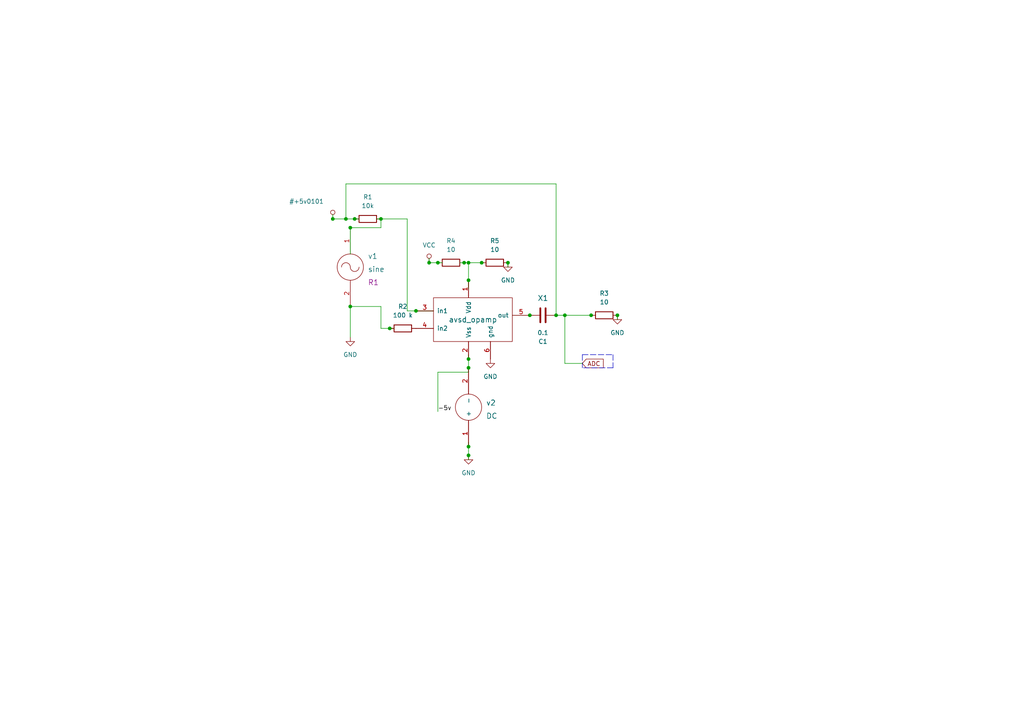
<source format=kicad_sch>
(kicad_sch (version 20211123) (generator eeschema)

  (uuid f7e51e95-4e7c-41db-8a2b-84a2e561a8b9)

  (paper "A4")

  (lib_symbols
    (symbol "eSim_Devices:capacitor" (pin_numbers hide) (pin_names (offset 0.254)) (in_bom yes) (on_board yes)
      (property "Reference" "C" (id 0) (at 0.635 2.54 0)
        (effects (font (size 1.27 1.27)) (justify left))
      )
      (property "Value" "capacitor" (id 1) (at 0.635 -2.54 0)
        (effects (font (size 1.27 1.27)) (justify left))
      )
      (property "Footprint" "" (id 2) (at 0.9652 -3.81 0)
        (effects (font (size 0.762 0.762)))
      )
      (property "Datasheet" "" (id 3) (at 0 0 0)
        (effects (font (size 1.524 1.524)))
      )
      (property "ki_fp_filters" "C_*" (id 4) (at 0 0 0)
        (effects (font (size 1.27 1.27)) hide)
      )
      (symbol "capacitor_0_1"
        (polyline
          (pts
            (xy -2.032 -0.762)
            (xy 2.032 -0.762)
          )
          (stroke (width 0.508) (type default) (color 0 0 0 0))
          (fill (type none))
        )
        (polyline
          (pts
            (xy -2.032 0.762)
            (xy 2.032 0.762)
          )
          (stroke (width 0.508) (type default) (color 0 0 0 0))
          (fill (type none))
        )
      )
      (symbol "capacitor_1_1"
        (pin passive line (at 0 3.81 270) (length 2.794)
          (name "~" (effects (font (size 1.016 1.016))))
          (number "1" (effects (font (size 1.016 1.016))))
        )
        (pin passive line (at 0 -3.81 90) (length 2.794)
          (name "~" (effects (font (size 1.016 1.016))))
          (number "2" (effects (font (size 1.016 1.016))))
        )
      )
    )
    (symbol "eSim_Devices:resistor" (pin_numbers hide) (pin_names (offset 0)) (in_bom yes) (on_board yes)
      (property "Reference" "R" (id 0) (at 1.27 3.302 0)
        (effects (font (size 1.27 1.27)))
      )
      (property "Value" "resistor" (id 1) (at 1.27 -1.27 0)
        (effects (font (size 1.27 1.27)))
      )
      (property "Footprint" "" (id 2) (at 1.27 -0.508 0)
        (effects (font (size 0.762 0.762)))
      )
      (property "Datasheet" "" (id 3) (at 1.27 1.27 90)
        (effects (font (size 0.762 0.762)))
      )
      (property "ki_fp_filters" "R_* Resistor_*" (id 4) (at 0 0 0)
        (effects (font (size 1.27 1.27)) hide)
      )
      (symbol "resistor_0_1"
        (rectangle (start 3.81 0.254) (end -1.27 2.286)
          (stroke (width 0.254) (type default) (color 0 0 0 0))
          (fill (type none))
        )
      )
      (symbol "resistor_1_1"
        (pin passive line (at -2.54 1.27 0) (length 1.27)
          (name "~" (effects (font (size 1.524 1.524))))
          (number "1" (effects (font (size 1.524 1.524))))
        )
        (pin passive line (at 5.08 1.27 180) (length 1.27)
          (name "~" (effects (font (size 1.524 1.524))))
          (number "2" (effects (font (size 1.524 1.524))))
        )
      )
    )
    (symbol "eSim_Power:eSim_GND" (power) (pin_names (offset 0)) (in_bom yes) (on_board yes)
      (property "Reference" "#PWR" (id 0) (at 0 -6.35 0)
        (effects (font (size 1.27 1.27)) hide)
      )
      (property "Value" "eSim_GND" (id 1) (at 0 -3.81 0)
        (effects (font (size 1.27 1.27)))
      )
      (property "Footprint" "" (id 2) (at 0 0 0)
        (effects (font (size 1.27 1.27)) hide)
      )
      (property "Datasheet" "" (id 3) (at 0 0 0)
        (effects (font (size 1.27 1.27)) hide)
      )
      (symbol "eSim_GND_0_1"
        (polyline
          (pts
            (xy 0 0)
            (xy 0 -1.27)
            (xy 1.27 -1.27)
            (xy 0 -2.54)
            (xy -1.27 -1.27)
            (xy 0 -1.27)
          )
          (stroke (width 0) (type default) (color 0 0 0 0))
          (fill (type none))
        )
      )
      (symbol "eSim_GND_1_1"
        (pin power_in line (at 0 0 270) (length 0) hide
          (name "GND" (effects (font (size 1.27 1.27))))
          (number "1" (effects (font (size 1.27 1.27))))
        )
      )
    )
    (symbol "eSim_Power:eSim_VCC" (power) (pin_names (offset 0)) (in_bom yes) (on_board yes)
      (property "Reference" "#PWR" (id 0) (at 0 -3.81 0)
        (effects (font (size 1.27 1.27)) hide)
      )
      (property "Value" "eSim_VCC" (id 1) (at 0 3.81 0)
        (effects (font (size 1.27 1.27)))
      )
      (property "Footprint" "" (id 2) (at 0 0 0)
        (effects (font (size 1.27 1.27)) hide)
      )
      (property "Datasheet" "" (id 3) (at 0 0 0)
        (effects (font (size 1.27 1.27)) hide)
      )
      (symbol "eSim_VCC_0_1"
        (polyline
          (pts
            (xy 0 0)
            (xy 0 1.27)
          )
          (stroke (width 0) (type default) (color 0 0 0 0))
          (fill (type none))
        )
        (circle (center 0 1.905) (radius 0.635)
          (stroke (width 0) (type default) (color 0 0 0 0))
          (fill (type none))
        )
      )
      (symbol "eSim_VCC_1_1"
        (pin power_in line (at 0 0 90) (length 0) hide
          (name "VCC" (effects (font (size 1.27 1.27))))
          (number "1" (effects (font (size 1.27 1.27))))
        )
      )
    )
    (symbol "eSim_SKY130_Subckts:avsd_opamp" (pin_names (offset 1.016)) (in_bom yes) (on_board yes)
      (property "Reference" "X" (id 0) (at 0 0 0)
        (effects (font (size 1.524 1.524)))
      )
      (property "Value" "avsd_opamp" (id 1) (at 1.27 -2.54 0)
        (effects (font (size 1.524 1.524)))
      )
      (property "Footprint" "" (id 2) (at 0 0 0)
        (effects (font (size 1.524 1.524)) hide)
      )
      (property "Datasheet" "" (id 3) (at 0 0 0)
        (effects (font (size 1.524 1.524)) hide)
      )
      (symbol "avsd_opamp_0_1"
        (rectangle (start -10.16 5.08) (end 12.7 -7.62)
          (stroke (width 0) (type default) (color 0 0 0 0))
          (fill (type none))
        )
      )
      (symbol "avsd_opamp_1_1"
        (pin input line (at 0 10.16 270) (length 5.08)
          (name "Vdd" (effects (font (size 1.27 1.27))))
          (number "1" (effects (font (size 1.27 1.27))))
        )
        (pin input line (at 0 -12.7 90) (length 5.08)
          (name "Vss" (effects (font (size 1.27 1.27))))
          (number "2" (effects (font (size 1.27 1.27))))
        )
        (pin input line (at -15.24 1.27 0) (length 5.08)
          (name "in1" (effects (font (size 1.27 1.27))))
          (number "3" (effects (font (size 1.27 1.27))))
        )
        (pin input line (at -15.24 -3.81 0) (length 5.08)
          (name "in2" (effects (font (size 1.27 1.27))))
          (number "4" (effects (font (size 1.27 1.27))))
        )
        (pin input line (at 17.78 0 180) (length 5.08)
          (name "out" (effects (font (size 1.27 1.27))))
          (number "5" (effects (font (size 1.27 1.27))))
        )
        (pin input line (at 6.35 -12.7 90) (length 5.08)
          (name "gnd" (effects (font (size 1.27 1.27))))
          (number "6" (effects (font (size 1.27 1.27))))
        )
      )
    )
    (symbol "eSim_Sources:DC" (pin_names (offset 1.016)) (in_bom yes) (on_board yes)
      (property "Reference" "v" (id 0) (at -5.08 2.54 0)
        (effects (font (size 1.524 1.524)))
      )
      (property "Value" "DC" (id 1) (at -5.08 -1.27 0)
        (effects (font (size 1.524 1.524)))
      )
      (property "Footprint" "R1" (id 2) (at -7.62 0 0)
        (effects (font (size 1.524 1.524)))
      )
      (property "Datasheet" "" (id 3) (at 0 0 0)
        (effects (font (size 1.524 1.524)))
      )
      (property "ki_fp_filters" "1_pin" (id 4) (at 0 0 0)
        (effects (font (size 1.27 1.27)) hide)
      )
      (symbol "DC_0_1"
        (circle (center 0 0) (radius 3.81)
          (stroke (width 0) (type default) (color 0 0 0 0))
          (fill (type none))
        )
      )
      (symbol "DC_1_1"
        (pin power_out line (at 0 11.43 270) (length 7.62)
          (name "+" (effects (font (size 1.27 1.27))))
          (number "1" (effects (font (size 1.27 1.27))))
        )
        (pin power_out line (at 0 -11.43 90) (length 7.62)
          (name "-" (effects (font (size 1.27 1.27))))
          (number "2" (effects (font (size 1.27 1.27))))
        )
      )
    )
    (symbol "eSim_Sources:sine" (pin_names (offset 1.016)) (in_bom yes) (on_board yes)
      (property "Reference" "v" (id 0) (at -5.08 2.54 0)
        (effects (font (size 1.524 1.524)))
      )
      (property "Value" "sine" (id 1) (at -5.08 -1.27 0)
        (effects (font (size 1.524 1.524)))
      )
      (property "Footprint" "R1" (id 2) (at -7.62 0 0)
        (effects (font (size 1.524 1.524)))
      )
      (property "Datasheet" "" (id 3) (at 0 0 0)
        (effects (font (size 1.524 1.524)))
      )
      (property "ki_fp_filters" "1_pin" (id 4) (at 0 0 0)
        (effects (font (size 1.27 1.27)) hide)
      )
      (symbol "sine_0_1"
        (arc (start 0 0) (mid -1.27 1.27) (end -2.54 0)
          (stroke (width 0) (type default) (color 0 0 0 0))
          (fill (type none))
        )
        (arc (start 0 0) (mid 1.27 -1.27) (end 2.54 0)
          (stroke (width 0) (type default) (color 0 0 0 0))
          (fill (type none))
        )
        (circle (center 0 0) (radius 3.81)
          (stroke (width 0) (type default) (color 0 0 0 0))
          (fill (type none))
        )
      )
      (symbol "sine_1_1"
        (pin input line (at 0 11.43 270) (length 7.62)
          (name "+" (effects (font (size 0 0))))
          (number "1" (effects (font (size 1.27 1.27))))
        )
        (pin input line (at 0 -11.43 90) (length 7.62)
          (name "-" (effects (font (size 0 0))))
          (number "2" (effects (font (size 1.27 1.27))))
        )
      )
    )
  )


  (junction (at 110.49 63.5) (diameter 0) (color 0 0 0 0)
    (uuid 0b6aa8dd-b959-469b-a634-9d9c31344753)
  )
  (junction (at 102.87 63.5) (diameter 0) (color 0 0 0 0)
    (uuid 0eb3a8f0-24ec-408a-b70a-9cef665bd79b)
  )
  (junction (at 139.7 76.2) (diameter 0) (color 0 0 0 0)
    (uuid 23885405-82a5-45d2-855f-4faf34e0b7a6)
  )
  (junction (at 135.89 129.54) (diameter 0) (color 0 0 0 0)
    (uuid 257adce1-f4a1-4805-ac52-c5a33739e978)
  )
  (junction (at 100.33 63.5) (diameter 0) (color 0 0 0 0)
    (uuid 3cbb888f-71f7-458f-89e8-65e1a70c8eda)
  )
  (junction (at 163.83 91.44) (diameter 0) (color 0 0 0 0)
    (uuid 3da4f3b4-2edc-4daa-bc60-047eeca28523)
  )
  (junction (at 113.03 95.25) (diameter 0) (color 0 0 0 0)
    (uuid 4237acf1-65bb-46b9-b71b-5b27569ce7a2)
  )
  (junction (at 135.89 104.14) (diameter 0) (color 0 0 0 0)
    (uuid 4ed6a2ca-9b66-4d41-8d30-263592cd55f6)
  )
  (junction (at 96.52 63.5) (diameter 0) (color 0 0 0 0)
    (uuid 579054e0-2d62-4cb4-aceb-075a65b21ff8)
  )
  (junction (at 101.6 66.04) (diameter 0) (color 0 0 0 0)
    (uuid 626d98c1-4854-4709-baf2-b25514362b47)
  )
  (junction (at 135.89 106.68) (diameter 0) (color 0 0 0 0)
    (uuid 686aea57-3023-43d5-b62e-78c29520719e)
  )
  (junction (at 101.6 88.9) (diameter 0) (color 0 0 0 0)
    (uuid 6b300af1-c021-4eca-81db-90f88f5ede58)
  )
  (junction (at 135.89 132.08) (diameter 0) (color 0 0 0 0)
    (uuid 7ba98703-a4f8-4c1c-bc7c-1e196500940a)
  )
  (junction (at 171.45 91.44) (diameter 0) (color 0 0 0 0)
    (uuid ae326ae0-a589-4ff8-85e7-82f9e0186a0c)
  )
  (junction (at 134.62 76.2) (diameter 0) (color 0 0 0 0)
    (uuid bb87aebb-6714-4c10-9e86-aeadaa7f016e)
  )
  (junction (at 120.65 90.17) (diameter 0) (color 0 0 0 0)
    (uuid c738e197-b539-4384-85b3-d245616354fc)
  )
  (junction (at 124.46 76.2) (diameter 0) (color 0 0 0 0)
    (uuid c99f1e87-4f0b-4d6c-a1ce-60af0cac3b4b)
  )
  (junction (at 161.29 91.44) (diameter 0) (color 0 0 0 0)
    (uuid cad71f17-bfc9-4838-bbd4-df34c82f8044)
  )
  (junction (at 135.89 81.28) (diameter 0) (color 0 0 0 0)
    (uuid d0e32014-8773-42f0-959c-638b9004f1b6)
  )
  (junction (at 147.32 76.2) (diameter 0) (color 0 0 0 0)
    (uuid d946d0f0-e456-4830-b31a-a77d49ab9a95)
  )
  (junction (at 179.07 91.44) (diameter 0) (color 0 0 0 0)
    (uuid dce12edb-c4d8-4a2d-86fb-18180c9600cf)
  )
  (junction (at 135.89 76.2) (diameter 0) (color 0 0 0 0)
    (uuid dfd925cf-7fed-444d-9f77-d6abb9243e7f)
  )
  (junction (at 127 76.2) (diameter 0) (color 0 0 0 0)
    (uuid f5c4cd80-3af4-4f63-8c28-40033e32e135)
  )
  (junction (at 153.67 91.44) (diameter 0) (color 0 0 0 0)
    (uuid fed91cac-eca0-4519-aa46-c6534483902a)
  )

  (wire (pts (xy 158.75 91.44) (xy 161.29 91.44))
    (stroke (width 0) (type default) (color 0 0 0 0))
    (uuid 03f18531-554c-4945-bc00-1ee0e5689781)
  )
  (wire (pts (xy 177.8 91.44) (xy 179.07 91.44))
    (stroke (width 0) (type default) (color 0 0 0 0))
    (uuid 066b5eee-2695-45ff-accb-72a9fda8aee8)
  )
  (wire (pts (xy 135.89 81.28) (xy 135.89 83.82))
    (stroke (width 0) (type default) (color 0 0 0 0))
    (uuid 0a940868-c1f9-4cf9-8b55-679ccaebd4d0)
  )
  (wire (pts (xy 161.29 91.44) (xy 163.83 91.44))
    (stroke (width 0) (type default) (color 0 0 0 0))
    (uuid 0b0fac68-7d01-4bed-9cb5-27a631341774)
  )
  (wire (pts (xy 100.33 63.5) (xy 100.33 53.34))
    (stroke (width 0) (type default) (color 0 0 0 0))
    (uuid 0ecc5aff-461a-4d2d-978e-a0780b07449a)
  )
  (wire (pts (xy 110.49 63.5) (xy 118.11 63.5))
    (stroke (width 0) (type default) (color 0 0 0 0))
    (uuid 1123deb9-b6f3-43c7-8f95-d9fe090e2f6b)
  )
  (wire (pts (xy 154.94 91.44) (xy 153.67 91.44))
    (stroke (width 0) (type default) (color 0 0 0 0))
    (uuid 12fc6e40-2205-470d-990d-d444dc643ba4)
  )
  (wire (pts (xy 120.65 90.17) (xy 125.73 90.17))
    (stroke (width 0) (type default) (color 0 0 0 0))
    (uuid 15b4fa82-d4cd-4e8c-92d2-5eb4cab202b8)
  )
  (wire (pts (xy 163.83 91.44) (xy 163.83 105.41))
    (stroke (width 0) (type default) (color 0 0 0 0))
    (uuid 17975fa7-e7c7-46da-ad00-1d7ed9f7074c)
  )
  (polyline (pts (xy 177.8 102.87) (xy 177.8 106.68))
    (stroke (width 0) (type default) (color 0 0 0 0))
    (uuid 210ef8d5-ba10-44fd-96ed-2a81ec975e65)
  )

  (wire (pts (xy 127 107.95) (xy 135.89 107.95))
    (stroke (width 0) (type default) (color 0 0 0 0))
    (uuid 227c0313-79ef-435e-8722-617c6f543998)
  )
  (wire (pts (xy 163.83 91.44) (xy 171.45 91.44))
    (stroke (width 0) (type default) (color 0 0 0 0))
    (uuid 2b4d7155-b08a-4b59-b859-b6b3a30c68f3)
  )
  (wire (pts (xy 124.46 74.93) (xy 124.46 76.2))
    (stroke (width 0) (type default) (color 0 0 0 0))
    (uuid 2d41e04e-ba5d-4548-898f-40d3fa02a78d)
  )
  (polyline (pts (xy 168.91 102.87) (xy 177.8 102.87))
    (stroke (width 0) (type default) (color 0 0 0 0))
    (uuid 30e0c3e2-fd94-4067-b756-6569bf8cd861)
  )

  (wire (pts (xy 96.52 62.23) (xy 96.52 63.5))
    (stroke (width 0) (type default) (color 0 0 0 0))
    (uuid 321b35dd-f5ad-4464-9db0-2e25fb722897)
  )
  (wire (pts (xy 135.89 129.54) (xy 135.89 132.08))
    (stroke (width 0) (type default) (color 0 0 0 0))
    (uuid 3914d90f-22b7-47c8-8c1b-bcb23000bd64)
  )
  (wire (pts (xy 101.6 66.04) (xy 101.6 73.66))
    (stroke (width 0) (type default) (color 0 0 0 0))
    (uuid 3becce93-e648-4bcd-a206-e6200768e4e2)
  )
  (wire (pts (xy 135.89 76.2) (xy 139.7 76.2))
    (stroke (width 0) (type default) (color 0 0 0 0))
    (uuid 40e114a2-8a65-4e17-9bc7-87eb9c94093d)
  )
  (wire (pts (xy 101.6 88.9) (xy 110.49 88.9))
    (stroke (width 0) (type default) (color 0 0 0 0))
    (uuid 4a674bba-e736-44b4-bcbb-a9cf2ec2a713)
  )
  (wire (pts (xy 139.7 76.2) (xy 140.97 76.2))
    (stroke (width 0) (type default) (color 0 0 0 0))
    (uuid 4ae96654-38db-4de4-a08c-5ec8dea66e48)
  )
  (wire (pts (xy 135.89 106.68) (xy 135.89 107.95))
    (stroke (width 0) (type default) (color 0 0 0 0))
    (uuid 4f72036a-a3a0-4c2d-8197-7a63b9e9c70b)
  )
  (wire (pts (xy 100.33 63.5) (xy 102.87 63.5))
    (stroke (width 0) (type default) (color 0 0 0 0))
    (uuid 50f17129-40bd-4c3d-90cc-a513c15b843d)
  )
  (wire (pts (xy 135.89 132.08) (xy 135.89 133.35))
    (stroke (width 0) (type default) (color 0 0 0 0))
    (uuid 58ee6032-3513-4cdb-9156-cddf738e4eb8)
  )
  (wire (pts (xy 120.65 90.17) (xy 118.11 90.17))
    (stroke (width 0) (type default) (color 0 0 0 0))
    (uuid 5915e6e5-fa5e-461d-8065-f22ffa8faaaf)
  )
  (polyline (pts (xy 177.8 106.68) (xy 168.91 106.68))
    (stroke (width 0) (type default) (color 0 0 0 0))
    (uuid 5fdbb56d-cbf7-4de0-a62d-6b97e1ce998b)
  )

  (wire (pts (xy 135.89 128.27) (xy 135.89 129.54))
    (stroke (width 0) (type default) (color 0 0 0 0))
    (uuid 6d087a6b-40fc-47da-a166-a2ae489369c8)
  )
  (wire (pts (xy 135.89 104.14) (xy 135.89 106.68))
    (stroke (width 0) (type default) (color 0 0 0 0))
    (uuid 6db6c693-cb98-4cdf-a837-592a6d54a099)
  )
  (wire (pts (xy 100.33 53.34) (xy 161.29 53.34))
    (stroke (width 0) (type default) (color 0 0 0 0))
    (uuid 6f5f95d4-b299-4e1c-bd30-7d71e8cdaa54)
  )
  (polyline (pts (xy 168.91 102.87) (xy 168.91 106.68))
    (stroke (width 0) (type default) (color 0 0 0 0))
    (uuid 73d4e427-15c8-4509-a2cc-5084148cb368)
  )

  (wire (pts (xy 110.49 66.04) (xy 110.49 63.5))
    (stroke (width 0) (type default) (color 0 0 0 0))
    (uuid 76f348e4-9bbd-40a0-8018-7074dc7e4976)
  )
  (wire (pts (xy 135.89 76.2) (xy 135.89 81.28))
    (stroke (width 0) (type default) (color 0 0 0 0))
    (uuid 78742cd7-db64-4a4c-9834-b2b1e0450491)
  )
  (wire (pts (xy 133.35 76.2) (xy 134.62 76.2))
    (stroke (width 0) (type default) (color 0 0 0 0))
    (uuid 7f674f7e-ff54-4e85-8d21-3d4f252db615)
  )
  (wire (pts (xy 110.49 88.9) (xy 110.49 95.25))
    (stroke (width 0) (type default) (color 0 0 0 0))
    (uuid 86278570-dbbf-4d2d-ad03-6e2e8f4d7b60)
  )
  (wire (pts (xy 179.07 91.44) (xy 179.07 92.71))
    (stroke (width 0) (type default) (color 0 0 0 0))
    (uuid 90c8cc6c-a895-4cf3-81d4-ba48d4073cd7)
  )
  (wire (pts (xy 147.32 76.2) (xy 147.32 77.47))
    (stroke (width 0) (type default) (color 0 0 0 0))
    (uuid 96410c3d-22d1-4f6c-8a2b-c1d7c3b3a808)
  )
  (wire (pts (xy 127 76.2) (xy 128.27 76.2))
    (stroke (width 0) (type default) (color 0 0 0 0))
    (uuid 97f3d39d-2144-4fa2-b1a7-ed4ef6b205a2)
  )
  (wire (pts (xy 171.45 91.44) (xy 172.72 91.44))
    (stroke (width 0) (type default) (color 0 0 0 0))
    (uuid 9c01a03c-916f-433c-95c7-569ac094face)
  )
  (wire (pts (xy 118.11 63.5) (xy 118.11 90.17))
    (stroke (width 0) (type default) (color 0 0 0 0))
    (uuid a9d2face-8f2d-4a6f-98f3-b51d93006e0f)
  )
  (wire (pts (xy 148.59 91.44) (xy 153.67 91.44))
    (stroke (width 0) (type default) (color 0 0 0 0))
    (uuid bf333992-97ad-4b2e-967b-0df65fe59b5c)
  )
  (wire (pts (xy 124.46 76.2) (xy 127 76.2))
    (stroke (width 0) (type default) (color 0 0 0 0))
    (uuid c1760f6e-7626-4a3a-9f70-04fdcc5b3b0d)
  )
  (wire (pts (xy 146.05 76.2) (xy 147.32 76.2))
    (stroke (width 0) (type default) (color 0 0 0 0))
    (uuid c5d923a5-77c5-485f-b417-01ac92d75cbb)
  )
  (wire (pts (xy 110.49 95.25) (xy 113.03 95.25))
    (stroke (width 0) (type default) (color 0 0 0 0))
    (uuid caa17650-41f4-4864-b817-15a5153b0607)
  )
  (wire (pts (xy 109.22 63.5) (xy 110.49 63.5))
    (stroke (width 0) (type default) (color 0 0 0 0))
    (uuid cabe2e6d-b673-4241-9729-77bf69f9555a)
  )
  (wire (pts (xy 163.83 105.41) (xy 168.91 105.41))
    (stroke (width 0) (type default) (color 0 0 0 0))
    (uuid cb7e36cc-a284-4170-9736-8a82e7d78c46)
  )
  (wire (pts (xy 161.29 53.34) (xy 161.29 91.44))
    (stroke (width 0) (type default) (color 0 0 0 0))
    (uuid cf1cefa9-6759-4d7e-8ef3-bd9a8c278b4c)
  )
  (wire (pts (xy 101.6 66.04) (xy 110.49 66.04))
    (stroke (width 0) (type default) (color 0 0 0 0))
    (uuid d1439e40-9fa4-4b21-a4f2-c69633bfe649)
  )
  (wire (pts (xy 134.62 76.2) (xy 135.89 76.2))
    (stroke (width 0) (type default) (color 0 0 0 0))
    (uuid d483e8f8-e2f5-4f48-8009-ec5d3909985d)
  )
  (wire (pts (xy 96.52 63.5) (xy 100.33 63.5))
    (stroke (width 0) (type default) (color 0 0 0 0))
    (uuid dfd3e5ad-fbe0-4112-840e-518bc7af1bb2)
  )
  (wire (pts (xy 127 119.38) (xy 127 107.95))
    (stroke (width 0) (type default) (color 0 0 0 0))
    (uuid e3bb9ac7-bd85-4bb2-a74a-0385a78afc06)
  )
  (wire (pts (xy 102.87 63.5) (xy 104.14 63.5))
    (stroke (width 0) (type default) (color 0 0 0 0))
    (uuid e58940d6-2bfc-454c-91b4-6464b2cc966a)
  )
  (wire (pts (xy 113.03 95.25) (xy 114.3 95.25))
    (stroke (width 0) (type default) (color 0 0 0 0))
    (uuid e5dd3495-0053-432b-9e87-dea7fcfe2819)
  )
  (wire (pts (xy 101.6 88.9) (xy 101.6 97.79))
    (stroke (width 0) (type default) (color 0 0 0 0))
    (uuid f70b09bc-fde9-4eed-9378-db1e58788a69)
  )
  (wire (pts (xy 135.89 102.87) (xy 135.89 104.14))
    (stroke (width 0) (type default) (color 0 0 0 0))
    (uuid fa295863-c76f-42f4-b257-024a75313e13)
  )

  (label "-5v" (at 127 119.38 0)
    (effects (font (size 1.27 1.27)) (justify left bottom))
    (uuid 45ffe196-fc0d-4cb0-8431-b130887bb45a)
  )

  (global_label "ADC" (shape input) (at 168.91 105.41 0) (fields_autoplaced)
    (effects (font (size 1.27 1.27)) (justify left))
    (uuid da9c18f9-0b9b-41ca-b14f-7ad50b410a94)
    (property "Intersheet References" "${INTERSHEET_REFS}" (id 0) (at 174.9517 105.3306 0)
      (effects (font (size 1.27 1.27)) (justify left) hide)
    )
  )

  (symbol (lib_id "eSim_Devices:resistor") (at 115.57 96.52 0) (unit 1)
    (in_bom yes) (on_board yes) (fields_autoplaced)
    (uuid 014d5d63-1a2c-478a-8997-5c1e679d6725)
    (property "Reference" "R2" (id 0) (at 116.84 88.9 0))
    (property "Value" "100 k" (id 1) (at 116.84 91.44 0))
    (property "Footprint" "" (id 2) (at 116.84 97.028 0)
      (effects (font (size 0.762 0.762)))
    )
    (property "Datasheet" "" (id 3) (at 116.84 95.25 90)
      (effects (font (size 0.762 0.762)))
    )
    (pin "1" (uuid 071e7642-53ba-41ea-a7ab-e6f48ec391b7))
    (pin "2" (uuid 7f010afc-c896-414a-9006-a556a77e5d84))
  )

  (symbol (lib_id "eSim_Sources:DC") (at 135.89 118.11 180) (unit 1)
    (in_bom yes) (on_board yes) (fields_autoplaced)
    (uuid 0bfb5591-55fb-4bda-925e-5828db2307e7)
    (property "Reference" "v2" (id 0) (at 140.97 116.84 0)
      (effects (font (size 1.524 1.524)) (justify right))
    )
    (property "Value" "DC" (id 1) (at 140.97 120.65 0)
      (effects (font (size 1.524 1.524)) (justify right))
    )
    (property "Footprint" "R1" (id 2) (at 140.97 122.555 0)
      (effects (font (size 1.524 1.524)) (justify right) hide)
    )
    (property "Datasheet" "" (id 3) (at 135.89 118.11 0)
      (effects (font (size 1.524 1.524)))
    )
    (pin "1" (uuid f4cb36d7-471c-4421-b674-b4dcd08b9773))
    (pin "2" (uuid da4f299c-a5e5-40ce-8032-14dcdde68e88))
  )

  (symbol (lib_id "eSim_Power:eSim_VCC") (at 96.52 63.5 0) (unit 1)
    (in_bom yes) (on_board yes)
    (uuid 0eb5a2fb-bc85-424a-8575-41ebe9886c5f)
    (property "Reference" "#+5v0101" (id 0) (at 88.9 58.42 0))
    (property "Value" "eSim_VCC" (id 1) (at 96.52 58.42 0)
      (effects (font (size 1.27 1.27)) hide)
    )
    (property "Footprint" "" (id 2) (at 96.52 63.5 0)
      (effects (font (size 1.27 1.27)) hide)
    )
    (property "Datasheet" "" (id 3) (at 96.52 63.5 0)
      (effects (font (size 1.27 1.27)) hide)
    )
    (pin "1" (uuid e62e23c6-2eff-4a45-be48-97626e60c062))
  )

  (symbol (lib_id "eSim_Sources:sine") (at 101.6 77.47 0) (unit 1)
    (in_bom yes) (on_board yes) (fields_autoplaced)
    (uuid 35f5f2ee-c6eb-4c58-9e49-0323d94d0591)
    (property "Reference" "v1" (id 0) (at 106.68 74.295 0)
      (effects (font (size 1.524 1.524)) (justify left))
    )
    (property "Value" "sine" (id 1) (at 106.68 78.105 0)
      (effects (font (size 1.524 1.524)) (justify left))
    )
    (property "Footprint" "R1" (id 2) (at 106.68 81.915 0)
      (effects (font (size 1.524 1.524)) (justify left))
    )
    (property "Datasheet" "" (id 3) (at 101.6 77.47 0)
      (effects (font (size 1.524 1.524)))
    )
    (pin "1" (uuid 703978c1-8062-4172-a153-754a95793b9b))
    (pin "2" (uuid a5960112-0eab-4fb4-b141-1d4e9a3d6f7f))
  )

  (symbol (lib_id "eSim_Devices:resistor") (at 105.41 64.77 0) (unit 1)
    (in_bom yes) (on_board yes) (fields_autoplaced)
    (uuid 3faedad4-2830-46c0-afb4-731d2d636139)
    (property "Reference" "R1" (id 0) (at 106.68 57.15 0))
    (property "Value" "10k" (id 1) (at 106.68 59.69 0))
    (property "Footprint" "" (id 2) (at 106.68 65.278 0)
      (effects (font (size 0.762 0.762)))
    )
    (property "Datasheet" "" (id 3) (at 106.68 63.5 90)
      (effects (font (size 0.762 0.762)))
    )
    (pin "1" (uuid b7aa734f-3459-4b65-8131-b1256ad7205e))
    (pin "2" (uuid 73dc8b88-2a79-4b69-b753-6bb7a8feb66f))
  )

  (symbol (lib_id "eSim_Devices:resistor") (at 129.54 77.47 0) (unit 1)
    (in_bom yes) (on_board yes) (fields_autoplaced)
    (uuid 683dea97-36e6-4424-8d4c-15851168af5c)
    (property "Reference" "R4" (id 0) (at 130.81 69.85 0))
    (property "Value" "10" (id 1) (at 130.81 72.39 0))
    (property "Footprint" "" (id 2) (at 130.81 77.978 0)
      (effects (font (size 0.762 0.762)))
    )
    (property "Datasheet" "" (id 3) (at 130.81 76.2 90)
      (effects (font (size 0.762 0.762)))
    )
    (pin "1" (uuid 4d71b4fb-a407-4880-8047-d7de5775df2d))
    (pin "2" (uuid 825fbbc4-2e1a-4d93-9495-75309ea4cf2d))
  )

  (symbol (lib_id "eSim_Power:eSim_VCC") (at 124.46 76.2 0) (mirror y) (unit 1)
    (in_bom yes) (on_board yes) (fields_autoplaced)
    (uuid 966c49c9-11d0-4bc0-a48c-d945ea82774e)
    (property "Reference" "#5V01" (id 0) (at 124.46 80.01 0)
      (effects (font (size 1.27 1.27)) hide)
    )
    (property "Value" "eSim_VCC" (id 1) (at 124.46 71.12 0))
    (property "Footprint" "" (id 2) (at 124.46 76.2 0)
      (effects (font (size 1.27 1.27)) hide)
    )
    (property "Datasheet" "" (id 3) (at 124.46 76.2 0)
      (effects (font (size 1.27 1.27)) hide)
    )
    (property "Field4" "" (id 4) (at 124.46 76.2 0)
      (effects (font (size 1.27 1.27)) hide)
    )
    (pin "1" (uuid 7af1ca5b-3a84-432d-8634-a024b9cc54f1))
  )

  (symbol (lib_id "eSim_SKY130_Subckts:avsd_opamp") (at 135.89 91.44 0) (unit 1)
    (in_bom yes) (on_board yes)
    (uuid a9f2c7a1-5ec3-4fe5-b9ad-4bb290240c3c)
    (property "Reference" "X1" (id 0) (at 157.48 86.4744 0)
      (effects (font (size 1.524 1.524)))
    )
    (property "Value" "avsd_opamp" (id 1) (at 137.16 92.71 0)
      (effects (font (size 1.524 1.524)))
    )
    (property "Footprint" "" (id 2) (at 135.89 91.44 0)
      (effects (font (size 1.524 1.524)) hide)
    )
    (property "Datasheet" "" (id 3) (at 135.89 91.44 0)
      (effects (font (size 1.524 1.524)) hide)
    )
    (property "Spice_Primitive" "X" (id 4) (at 135.89 91.44 0)
      (effects (font (size 1.27 1.27)) hide)
    )
    (property "Spice_Model" "avsd_opamp" (id 5) (at 135.89 91.44 0)
      (effects (font (size 1.27 1.27)) hide)
    )
    (property "Spice_Netlist_Enabled" "Y" (id 6) (at 135.89 91.44 0)
      (effects (font (size 1.27 1.27)) hide)
    )
    (pin "1" (uuid c03ee013-6bb1-48cd-9a79-0552ff6a496b))
    (pin "2" (uuid 29fce9dc-7fc1-4969-9d51-016f4d1127f8))
    (pin "3" (uuid db3e0f86-47b1-4e41-92d7-f10d9a36c30c))
    (pin "4" (uuid ad7066d6-6ecf-476f-a55f-62ab693a2aa2))
    (pin "5" (uuid ea2da2d7-0c29-44dc-968a-cfcd25f4e6f8))
    (pin "6" (uuid 70a3c2b3-a053-40be-8876-4b87b4a4b101))
  )

  (symbol (lib_id "eSim_Power:eSim_GND") (at 179.07 91.44 0) (unit 1)
    (in_bom yes) (on_board yes) (fields_autoplaced)
    (uuid bc270f47-de1f-4c14-b113-5f3a235dcabf)
    (property "Reference" "#PWR0104" (id 0) (at 179.07 97.79 0)
      (effects (font (size 1.27 1.27)) hide)
    )
    (property "Value" "eSim_GND" (id 1) (at 179.07 96.52 0))
    (property "Footprint" "" (id 2) (at 179.07 91.44 0)
      (effects (font (size 1.27 1.27)) hide)
    )
    (property "Datasheet" "" (id 3) (at 179.07 91.44 0)
      (effects (font (size 1.27 1.27)) hide)
    )
    (pin "1" (uuid baed36f0-a891-4702-9da5-bf133d9d1c87))
  )

  (symbol (lib_id "eSim_Power:eSim_GND") (at 142.24 104.14 0) (unit 1)
    (in_bom yes) (on_board yes) (fields_autoplaced)
    (uuid c856c3ad-ec3d-4ac3-8594-6b2539112c60)
    (property "Reference" "#PWR0101" (id 0) (at 142.24 110.49 0)
      (effects (font (size 1.27 1.27)) hide)
    )
    (property "Value" "eSim_GND" (id 1) (at 142.24 109.22 0))
    (property "Footprint" "" (id 2) (at 142.24 104.14 0)
      (effects (font (size 1.27 1.27)) hide)
    )
    (property "Datasheet" "" (id 3) (at 142.24 104.14 0)
      (effects (font (size 1.27 1.27)) hide)
    )
    (pin "1" (uuid 14ae9941-59c1-46a1-9e87-229e1a6e94b1))
  )

  (symbol (lib_id "eSim_Power:eSim_GND") (at 135.89 132.08 0) (unit 1)
    (in_bom yes) (on_board yes) (fields_autoplaced)
    (uuid cde333e2-52a6-4b53-8eae-8a365497187a)
    (property "Reference" "#PWR0103" (id 0) (at 135.89 138.43 0)
      (effects (font (size 1.27 1.27)) hide)
    )
    (property "Value" "eSim_GND" (id 1) (at 135.89 137.16 0))
    (property "Footprint" "" (id 2) (at 135.89 132.08 0)
      (effects (font (size 1.27 1.27)) hide)
    )
    (property "Datasheet" "" (id 3) (at 135.89 132.08 0)
      (effects (font (size 1.27 1.27)) hide)
    )
    (pin "1" (uuid e1a590c8-2a1b-43d8-83ba-4b6ca58b4870))
  )

  (symbol (lib_id "eSim_Devices:resistor") (at 142.24 77.47 0) (unit 1)
    (in_bom yes) (on_board yes) (fields_autoplaced)
    (uuid ce1b2433-b69f-4953-92fe-bd7b9ccbe218)
    (property "Reference" "R5" (id 0) (at 143.51 69.85 0))
    (property "Value" "10" (id 1) (at 143.51 72.39 0))
    (property "Footprint" "" (id 2) (at 143.51 77.978 0)
      (effects (font (size 0.762 0.762)))
    )
    (property "Datasheet" "" (id 3) (at 143.51 76.2 90)
      (effects (font (size 0.762 0.762)))
    )
    (pin "1" (uuid a80f3c3a-f87a-4b28-b3ff-a88ce69549bf))
    (pin "2" (uuid a470f604-75e0-40ef-8dea-d8976cbc2ad5))
  )

  (symbol (lib_id "eSim_Power:eSim_GND") (at 147.32 76.2 0) (unit 1)
    (in_bom yes) (on_board yes) (fields_autoplaced)
    (uuid d9db8c0f-fbc1-4fb8-b07c-8403867d75df)
    (property "Reference" "#PWR0105" (id 0) (at 147.32 82.55 0)
      (effects (font (size 1.27 1.27)) hide)
    )
    (property "Value" "eSim_GND" (id 1) (at 147.32 81.28 0))
    (property "Footprint" "" (id 2) (at 147.32 76.2 0)
      (effects (font (size 1.27 1.27)) hide)
    )
    (property "Datasheet" "" (id 3) (at 147.32 76.2 0)
      (effects (font (size 1.27 1.27)) hide)
    )
    (pin "1" (uuid 3025e037-214c-4e27-8342-127ef983ca50))
  )

  (symbol (lib_id "eSim_Power:eSim_GND") (at 101.6 97.79 0) (unit 1)
    (in_bom yes) (on_board yes) (fields_autoplaced)
    (uuid de6c6035-7219-41aa-b5b4-7d5602580b48)
    (property "Reference" "#PWR0102" (id 0) (at 101.6 104.14 0)
      (effects (font (size 1.27 1.27)) hide)
    )
    (property "Value" "eSim_GND" (id 1) (at 101.6 102.87 0))
    (property "Footprint" "" (id 2) (at 101.6 97.79 0)
      (effects (font (size 1.27 1.27)) hide)
    )
    (property "Datasheet" "" (id 3) (at 101.6 97.79 0)
      (effects (font (size 1.27 1.27)) hide)
    )
    (pin "1" (uuid ce0afef4-b569-430d-8124-77d185ed9efb))
  )

  (symbol (lib_id "eSim_Devices:capacitor") (at 157.48 91.44 270) (unit 1)
    (in_bom yes) (on_board yes)
    (uuid ef7d9b97-2b4c-477e-af56-4c66b98f5ae5)
    (property "Reference" "C1" (id 0) (at 157.48 99.06 90))
    (property "Value" "0.1" (id 1) (at 157.48 96.52 90))
    (property "Footprint" "" (id 2) (at 153.67 92.4052 0)
      (effects (font (size 0.762 0.762)))
    )
    (property "Datasheet" "" (id 3) (at 157.48 91.44 0)
      (effects (font (size 1.524 1.524)))
    )
    (pin "1" (uuid ccc4cac4-208d-4bd3-aede-9756601c958e))
    (pin "2" (uuid 5757e6bf-dbb5-45e5-aa20-410eb934a663))
  )

  (symbol (lib_id "eSim_Devices:resistor") (at 173.99 92.71 0) (unit 1)
    (in_bom yes) (on_board yes) (fields_autoplaced)
    (uuid fbc4d95d-614a-4996-b2b6-e5ae5123fe80)
    (property "Reference" "R3" (id 0) (at 175.26 85.09 0))
    (property "Value" "10" (id 1) (at 175.26 87.63 0))
    (property "Footprint" "" (id 2) (at 175.26 93.218 0)
      (effects (font (size 0.762 0.762)))
    )
    (property "Datasheet" "" (id 3) (at 175.26 91.44 90)
      (effects (font (size 0.762 0.762)))
    )
    (pin "1" (uuid 76618cf0-9ab8-4a2b-97fa-b235bd89e017))
    (pin "2" (uuid 84e0edd9-d22f-4d2a-9df2-1d7a8456854d))
  )

  (sheet_instances
    (path "/" (page "1"))
  )

  (symbol_instances
    (path "/0eb5a2fb-bc85-424a-8575-41ebe9886c5f"
      (reference "#+5v0101") (unit 1) (value "eSim_VCC") (footprint "")
    )
    (path "/966c49c9-11d0-4bc0-a48c-d945ea82774e"
      (reference "#5V01") (unit 1) (value "eSim_VCC") (footprint "")
    )
    (path "/c856c3ad-ec3d-4ac3-8594-6b2539112c60"
      (reference "#PWR0101") (unit 1) (value "eSim_GND") (footprint "")
    )
    (path "/de6c6035-7219-41aa-b5b4-7d5602580b48"
      (reference "#PWR0102") (unit 1) (value "eSim_GND") (footprint "")
    )
    (path "/cde333e2-52a6-4b53-8eae-8a365497187a"
      (reference "#PWR0103") (unit 1) (value "eSim_GND") (footprint "")
    )
    (path "/bc270f47-de1f-4c14-b113-5f3a235dcabf"
      (reference "#PWR0104") (unit 1) (value "eSim_GND") (footprint "")
    )
    (path "/d9db8c0f-fbc1-4fb8-b07c-8403867d75df"
      (reference "#PWR0105") (unit 1) (value "eSim_GND") (footprint "")
    )
    (path "/ef7d9b97-2b4c-477e-af56-4c66b98f5ae5"
      (reference "C1") (unit 1) (value "0.1") (footprint "")
    )
    (path "/3faedad4-2830-46c0-afb4-731d2d636139"
      (reference "R1") (unit 1) (value "10k") (footprint "")
    )
    (path "/014d5d63-1a2c-478a-8997-5c1e679d6725"
      (reference "R2") (unit 1) (value "100 k") (footprint "")
    )
    (path "/fbc4d95d-614a-4996-b2b6-e5ae5123fe80"
      (reference "R3") (unit 1) (value "10") (footprint "")
    )
    (path "/683dea97-36e6-4424-8d4c-15851168af5c"
      (reference "R4") (unit 1) (value "10") (footprint "")
    )
    (path "/ce1b2433-b69f-4953-92fe-bd7b9ccbe218"
      (reference "R5") (unit 1) (value "10") (footprint "")
    )
    (path "/a9f2c7a1-5ec3-4fe5-b9ad-4bb290240c3c"
      (reference "X1") (unit 1) (value "avsd_opamp") (footprint "")
    )
    (path "/35f5f2ee-c6eb-4c58-9e49-0323d94d0591"
      (reference "v1") (unit 1) (value "sine") (footprint "R1")
    )
    (path "/0bfb5591-55fb-4bda-925e-5828db2307e7"
      (reference "v2") (unit 1) (value "DC") (footprint "R1")
    )
  )
)

</source>
